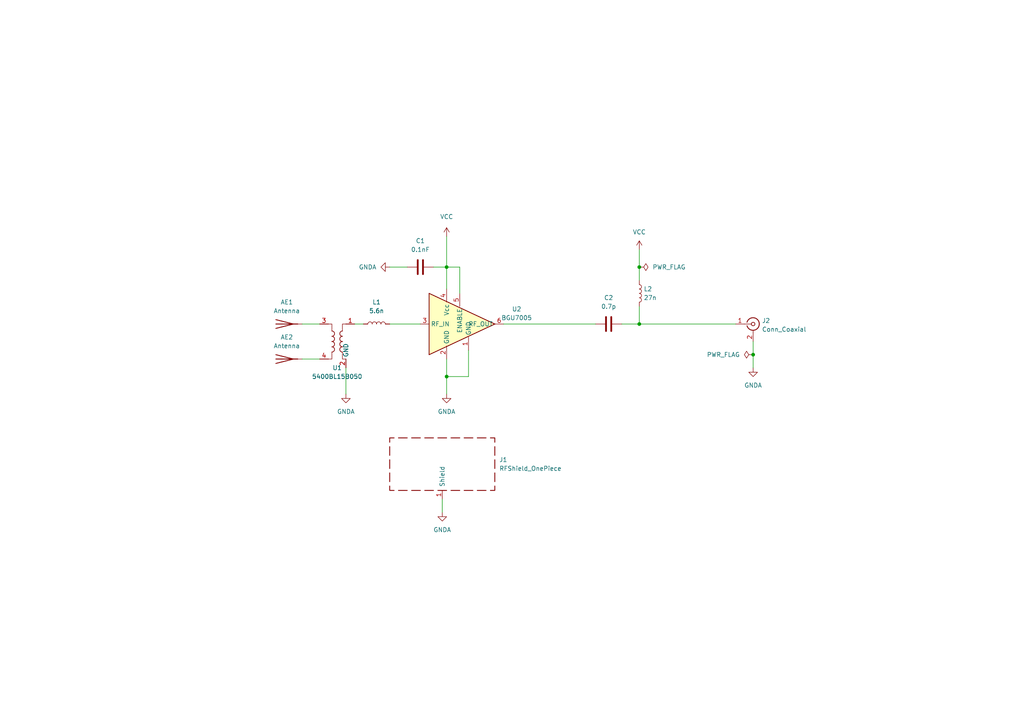
<source format=kicad_sch>
(kicad_sch (version 20211123) (generator eeschema)
  (paper "A4")
  (title_block (title "TART Active Antenna") (date "2022-09-15") (rev "0.1") (company "The Transient Array Radio Telescope") (comment 1 "Tim Molteno (tim@elec.ac.nz)"))
  (lib_symbols
    (symbol "Connector:Conn_Coaxial" (pin_names (offset 1.016) hide)
      (property "Reference" "J" (at 0.254 3.048 0))
      (property "Value" "Conn_Coaxial" (at 2.921 0 90))
      (symbol "Conn_Coaxial_0_1"
        (arc (start -1.778 -0.508) (mid 0.2311 -1.8066) (end 1.778 0) (stroke (width 0.254)))
        (polyline (pts (xy -2.54 0) (xy -0.508 0)))
        (polyline (pts (xy 0 -2.54) (xy 0 -1.778)))
        (circle (center 0 0) (radius 0.508) (stroke (width 0.2032)))
        (arc (start 1.778 0) (mid 0.2099 1.8101) (end -1.778 0.508) (stroke (width 0.254)))
      )
      (symbol "Conn_Coaxial_1_1"
        (pin passive line (at -5.08 0 0) (length 2.54) (name "In") (number "1"))
        (pin passive line (at 0 -5.08 90) (length 2.54) (name "Ext") (number "2"))
      )
    )
    (symbol "Device:Antenna" (pin_numbers hide) (pin_names (offset 1.016) hide)
      (property "Reference" "AE" (at -1.905 1.905 0))
      (property "Value" "Antenna" (at -1.905 0 0))
      (symbol "Antenna_0_1"
        (polyline (pts (xy 0 2.54) (xy 0 -3.81)) (stroke (width 0.254)))
        (polyline (pts (xy 1.27 2.54) (xy 0 -2.54) (xy -1.27 2.54)) (stroke (width 0.254)))
      )
      (symbol "Antenna_1_1"
        (pin input line (at 0 -5.08 90) (length 2.54) (name "A") (number "1"))
      )
    )
    (symbol "Device:C" (pin_numbers hide) (pin_names (offset 0.254))
      (property "Reference" "C" (at 0.635 2.54 0))
      (property "Value" "C" (at 0.635 -2.54 0))
      (symbol "C_0_1"
        (polyline (pts (xy -2.032 -0.762) (xy 2.032 -0.762)) (stroke (width 0.508)))
        (polyline (pts (xy -2.032 0.762) (xy 2.032 0.762)) (stroke (width 0.508)))
      )
      (symbol "C_1_1"
        (pin passive line (at 0 3.81 270) (length 2.794) (name "~") (number "1"))
        (pin passive line (at 0 -3.81 90) (length 2.794) (name "~") (number "2"))
      )
    )
    (symbol "Device:L" (pin_numbers hide) (pin_names (offset 1.016) hide)
      (property "Reference" "L" (at -1.27 0 90))
      (property "Value" "L" (at 1.905 0 90))
      (symbol "L_0_1"
        (arc (start 0 -2.54) (mid 0.635 -1.905) (end 0 -1.27))
        (arc (start 0 -1.27) (mid 0.635 -0.635) (end 0 0))
        (arc (start 0 0) (mid 0.635 0.635) (end 0 1.27))
        (arc (start 0 1.27) (mid 0.635 1.905) (end 0 2.54))
      )
      (symbol "L_1_1"
        (pin passive line (at 0 3.81 270) (length 1.27) (name "1") (number "1"))
        (pin passive line (at 0 -3.81 90) (length 1.27) (name "2") (number "2"))
      )
    )
    (symbol "Device:RFShield_OnePiece" (pin_names (offset 1.016))
      (property "Reference" "J" (at 0 5.08 0))
      (property "Value" "RFShield_OnePiece" (at 0 2.54 0))
      (symbol "RFShield_OnePiece_0_1"
        (polyline (pts (xy -15.24 -5.08) (xy -15.24 -2.54)) (stroke (width 0.254)))
        (polyline (pts (xy -15.24 -1.27) (xy -15.24 1.27)) (stroke (width 0.254)))
        (polyline (pts (xy -15.24 2.54) (xy -15.24 5.08)) (stroke (width 0.254)))
        (polyline (pts (xy -12.7 7.62) (xy -10.16 7.62)) (stroke (width 0.254)))
        (polyline (pts (xy -10.16 -7.62) (xy -12.7 -7.62)) (stroke (width 0.254)))
        (polyline (pts (xy -6.35 -7.62) (xy -8.89 -7.62)) (stroke (width 0.254)))
        (polyline (pts (xy -6.35 7.62) (xy -8.89 7.62)) (stroke (width 0.254)))
        (polyline (pts (xy -2.54 -7.62) (xy -5.08 -7.62)) (stroke (width 0.254)))
        (polyline (pts (xy -2.54 7.62) (xy -5.08 7.62)) (stroke (width 0.254)))
        (polyline (pts (xy -1.27 -7.62) (xy 1.27 -7.62)) (stroke (width 0.254)))
        (polyline (pts (xy 1.27 7.62) (xy -1.27 7.62)) (stroke (width 0.254)))
        (polyline (pts (xy 2.54 -7.62) (xy 5.08 -7.62)) (stroke (width 0.254)))
        (polyline (pts (xy 5.08 7.62) (xy 2.54 7.62)) (stroke (width 0.254)))
        (polyline (pts (xy 6.35 -7.62) (xy 8.89 -7.62)) (stroke (width 0.254)))
        (polyline (pts (xy 8.89 7.62) (xy 6.35 7.62)) (stroke (width 0.254)))
        (polyline (pts (xy 10.16 -7.62) (xy 12.7 -7.62)) (stroke (width 0.254)))
        (polyline (pts (xy 12.7 7.62) (xy 10.16 7.62)) (stroke (width 0.254)))
        (polyline (pts (xy 15.24 -5.08) (xy 15.24 -2.54)) (stroke (width 0.254)))
        (polyline (pts (xy 15.24 -1.27) (xy 15.24 1.27)) (stroke (width 0.254)))
        (polyline (pts (xy 15.24 2.54) (xy 15.24 5.08)) (stroke (width 0.254)))
        (polyline (pts (xy -15.24 6.35) (xy -15.24 7.62) (xy -13.97 7.62)) (stroke (width 0.254)))
        (polyline (pts (xy -13.97 -7.62) (xy -15.24 -7.62) (xy -15.24 -6.35)) (stroke (width 0.254)))
        (polyline (pts (xy 13.97 -7.62) (xy 15.24 -7.62) (xy 15.24 -6.35)) (stroke (width 0.254)))
        (polyline (pts (xy 15.24 6.35) (xy 15.24 7.62) (xy 13.97 7.62)) (stroke (width 0.254)))
      )
      (symbol "RFShield_OnePiece_1_1"
        (pin passive line (at 0 -10.16 90) (length 2.54) (name "Shield") (number "1"))
      )
    )
    (symbol "Transformer:5400BL15B050"
      (property "Reference" "U" (at 0 6.35 0))
      (property "Value" "5400BL15B050" (at 0 -7.62 0))
      (symbol "5400BL15B050_1_1"
        (arc (start -1.524 -3.048) (mid -0.762 -2.286) (end -1.524 -1.524) (stroke (width 0.2032)))
        (arc (start -1.524 -1.524) (mid -0.762 -0.762) (end -1.524 0) (stroke (width 0.2032)))
        (arc (start -1.524 0) (mid -0.762 0.762) (end -1.524 1.524) (stroke (width 0.2032)))
        (arc (start -1.524 1.524) (mid -0.762 2.286) (end -1.524 3.048) (stroke (width 0.2032)))
        (polyline (pts (xy -2.54 5.08) (xy -1.524 5.08) (xy -1.524 3.048)) (stroke (width 0.1524)))
        (polyline (pts (xy -1.524 -3.048) (xy -1.524 -5.08) (xy -2.54 -5.08)) (stroke (width 0.1524)))
        (polyline (pts (xy 1.524 3.048) (xy 1.524 5.08) (xy 2.54 5.08)) (stroke (width 0.1524)))
        (polyline (pts (xy 2.54 -5.08) (xy 1.524 -5.08) (xy 1.524 -3.048)) (stroke (width 0.1524)))
        (arc (start 1.524 -1.524) (mid 0.762 -2.286) (end 1.524 -3.048) (stroke (width 0.2032)))
        (arc (start 1.524 0) (mid 0.762 -0.762) (end 1.524 -1.524) (stroke (width 0.2032)))
        (arc (start 1.524 1.524) (mid 0.762 0.762) (end 1.524 0) (stroke (width 0.2032)))
        (arc (start 1.524 3.048) (mid 0.762 2.286) (end 1.524 1.524) (stroke (width 0.2032)))
        (pin passive line (at -5.08 5.08 0) (length 2.54) (name "~") (number "1"))
        (pin power_in line (at -2.54 -7.62 90) (length 2.54) (name "GND") (number "2"))
        (pin passive line (at 5.08 5.08 180) (length 2.54) (name "~") (number "3"))
        (pin passive line (at 5.08 -5.08 180) (length 2.54) (name "~") (number "4"))
        (pin passive line (at -2.54 -7.62 90) (length 2.54) hide (name "GND") (number "5"))
        (pin no_connect line (at 2.54 0 180) (length 2.54) hide (name "NC") (number "6"))
      )
    )
    (symbol "power:GNDA" (power) (pin_names (offset 0))
      (property "Value" "GNDA" (at 0 -3.81 0))
      (symbol "GNDA_0_1"
        (polyline (pts (xy 0 0) (xy 0 -1.27) (xy 1.27 -1.27) (xy 0 -2.54) (xy -1.27 -1.27) (xy 0 -1.27)))
      )
      (symbol "GNDA_1_1"
        (pin power_in line (at 0 0 270) (length 0) hide (name "GNDA") (number "1"))
      )
    )
    (symbol "power:PWR_FLAG" (power) (pin_numbers hide) (pin_names (offset 0) hide)
      (property "Value" "PWR_FLAG" (at 0 3.81 0))
      (symbol "PWR_FLAG_0_0"
        (pin power_out line (at 0 0 90) (length 0) (name "pwr") (number "1"))
      )
      (symbol "PWR_FLAG_0_1"
        (polyline (pts (xy 0 0) (xy 0 1.27) (xy -1.016 1.905) (xy 0 2.54) (xy 1.016 1.905) (xy 0 1.27)))
      )
    )
    (symbol "power:VCC" (power) (pin_names (offset 0))
      (property "Value" "VCC" (at 0 3.81 0))
      (symbol "VCC_0_1"
        (polyline (pts (xy -0.762 1.27) (xy 0 2.54)))
        (polyline (pts (xy 0 0) (xy 0 2.54)))
        (polyline (pts (xy 0 2.54) (xy 0.762 1.27)))
      )
      (symbol "VCC_1_1"
        (pin power_in line (at 0 0 90) (length 0) hide (name "VCC") (number "1"))
      )
    )
    (symbol "tart_library:BGU7005"
      (property "Reference" "U" (at -5.08 1.27 0))
      (property "Value" "BGU7005" (at -12.7 -2.54 0))
      (symbol "BGU7005_0_1"
        (polyline (pts (xy 1.27 -3.81) (xy -17.78 5.08) (xy -17.78 -12.7) (xy 1.27 -3.81)) (stroke (width 0.254)) (fill (type background)))
      )
      (symbol "BGU7005_1_1"
        (pin power_in line (at -6.35 -11.43 90) (length 3.81) (name "GND") (number "1"))
        (pin power_in line (at -12.7 -13.97 90) (length 3.81) (name "GND") (number "2"))
        (pin input line (at -20.32 -3.81 0) (length 2.54) (name "RF_IN") (number "3"))
        (pin power_in line (at -12.7 6.35 270) (length 3.81) (name "Vcc") (number "4"))
        (pin input line (at -8.89 5.08 270) (length 3.81) (name "ENABLE") (number "5"))
        (pin output line (at 3.81 -3.81 180) (length 2.54) (name "RF_OUT") (number "6"))
      )
    )
  )
  (junction (at 185.42 93.98))
  (junction (at 129.54 77.47))
  (junction (at 218.44 102.87))
  (junction (at 185.42 77.47))
  (junction (at 129.54 109.22))
  (wire (pts (xy 100.33 106.68) (xy 100.33 114.3)))
  (wire (pts (xy 133.35 77.47) (xy 129.54 77.47)))
  (wire (pts (xy 128.27 144.78) (xy 128.27 148.59)))
  (wire (pts (xy 146.05 93.98) (xy 172.72 93.98)))
  (wire (pts (xy 129.54 77.47) (xy 129.54 83.82)))
  (wire (pts (xy 218.44 99.06) (xy 218.44 102.87)))
  (wire (pts (xy 113.03 93.98) (xy 121.92 93.98)))
  (wire (pts (xy 125.73 77.47) (xy 129.54 77.47)))
  (wire (pts (xy 87.63 104.14) (xy 92.71 104.14)))
  (wire (pts (xy 185.42 72.39) (xy 185.42 77.47)))
  (wire (pts (xy 185.42 77.47) (xy 185.42 81.28)))
  (wire (pts (xy 185.42 88.9) (xy 185.42 93.98)))
  (wire (pts (xy 218.44 102.87) (xy 218.44 106.68)))
  (wire (pts (xy 129.54 109.22) (xy 129.54 114.3)))
  (wire (pts (xy 129.54 104.14) (xy 129.54 109.22)))
  (wire (pts (xy 185.42 93.98) (xy 213.36 93.98)))
  (wire (pts (xy 129.54 68.58) (xy 129.54 77.47)))
  (wire (pts (xy 87.63 93.98) (xy 92.71 93.98)))
  (wire (pts (xy 135.89 101.6) (xy 135.89 109.22)))
  (wire (pts (xy 113.03 77.47) (xy 118.11 77.47)))
  (wire (pts (xy 135.89 109.22) (xy 129.54 109.22)))
  (wire (pts (xy 180.34 93.98) (xy 185.42 93.98)))
  (wire (pts (xy 133.35 85.09) (xy 133.35 77.47)))
  (wire (pts (xy 102.87 93.98) (xy 105.41 93.98)))
  (symbol (lib_id "Device:C") (at 121.92 77.47 90) (unit 1)
    (property "Reference" "C1" (at 121.92 69.85 90))
    (property "Value" "0.1nF" (at 121.92 72.39 90))
    (property "Footprint" "Capacitor_SMD:C_0402_1005Metric" (effects hide))
  )
  (symbol (lib_id "power:GNDA") (at 128.27 148.59 0) (unit 1)
    (property "Reference" "#PWR03" (effects hide))
    (property "Value" "GNDA" (at 128.27 153.67 0))
  )
  (symbol (lib_id "Transformer:5400BL15B050") (at 97.79 99.06 0) (mirror y) (unit 1)
    (property "Reference" "U1" (at 97.79 106.68 0))
    (property "Value" "5400BL15B050" (at 97.79 109.22 0))
    (property "Footprint" "RF_Converter:Balun_Johanson_5400BL15B050E" (effects hide))
    (property "Datasheet" "https://www.johansontechnology.com/datasheets/5400BL15B050/5400BL15B050.pdf" (effects hide))
  )
  (symbol (lib_id "power:VCC") (at 185.42 72.39 0) (unit 1)
    (property "Reference" "#PWR0101" (effects hide))
    (property "Value" "VCC" (at 185.42 67.31 0))
  )
  (symbol (lib_id "Device:Antenna") (at 82.55 104.14 90) (unit 1)
    (property "Reference" "AE2" (at 83.185 97.79 90))
    (property "Value" "Antenna" (at 83.185 100.33 90))
    (property "Footprint" "TestPoint:TestPoint_Pad_D1.0mm" (effects hide))
  )
  (symbol (lib_id "Device:L") (at 185.42 85.09 0) (unit 1)
    (property "Reference" "L2" (at 186.69 83.8199 0) (effects (justify left)))
    (property "Value" "27n" (at 186.69 86.3599 0) (effects (justify left)))
    (property "Footprint" "Inductor_SMD:L_0402_1005Metric" (effects hide))
    (property "LCSC" "C12669" (effects hide))
  )
  (symbol (lib_id "power:GNDA") (at 100.33 114.3 0) (unit 1)
    (property "Reference" "#PWR01" (effects hide))
    (property "Value" "GNDA" (at 100.33 119.38 0))
  )
  (symbol (lib_id "power:VCC") (at 129.54 68.58 0) (unit 1)
    (property "Reference" "#PWR0102" (effects hide))
    (property "Value" "VCC" (at 129.54 62.865 0))
  )
  (symbol (lib_id "Device:RFShield_OnePiece") (at 128.27 134.62 0) (unit 1)
    (property "Reference" "J1" (at 144.78 133.3499 0) (effects (justify left)))
    (property "Value" "RFShield_OnePiece" (at 144.78 135.8899 0) (effects (justify left)))
    (property "Footprint" "RF_Shielding:Laird_Technologies_97-2003_12.70x13.37mm" (effects hide))
  )
  (symbol (lib_id "power:GNDA") (at 218.44 106.68 0) (unit 1)
    (property "Reference" "#PWR05" (effects hide))
    (property "Value" "GNDA" (at 218.44 111.76 0))
  )
  (symbol (lib_id "power:PWR_FLAG") (at 218.44 102.87 90) (unit 1)
    (property "Reference" "#FLG0102" (effects hide))
    (property "Value" "PWR_FLAG" (at 214.63 102.8699 90) (effects (justify left)))
  )
  (symbol (lib_id "power:GNDA") (at 129.54 114.3 0) (unit 1)
    (property "Reference" "#PWR04" (effects hide))
    (property "Value" "GNDA" (at 129.54 119.38 0))
  )
  (symbol (lib_id "Connector:Conn_Coaxial") (at 218.44 93.98 0) (unit 1)
    (property "Reference" "J2" (at 220.98 93.0031 0) (effects (justify left)))
    (property "Value" "Conn_Coaxial" (at 220.98 95.5431 0) (effects (justify left)))
    (property "Footprint" "Connector_Coaxial:SMA_Amphenol_132134_Vertical" (effects hide))
    (property "Datasheet" " ~" (effects hide))
  )
  (symbol (lib_id "tart_library:BGU7005") (at 142.24 90.17 0) (unit 1)
    (property "Reference" "U2" (at 149.86 89.6493 0))
    (property "Value" "BGU7005" (at 149.86 92.1893 0))
    (property "Footprint" "Package_TO_SOT_SMD:SOT-886" (effects hide))
    (property "LCSC" "C38438" (effects hide))
  )
  (symbol (lib_id "Device:C") (at 176.53 93.98 90) (unit 1)
    (property "Reference" "C2" (at 176.53 86.36 90))
    (property "Value" "0.7p" (at 176.53 88.9 90))
    (property "Footprint" "Capacitor_SMD:C_0402_1005Metric" (effects hide))
  )
  (symbol (lib_id "Device:Antenna") (at 82.55 93.98 90) (unit 1)
    (property "Reference" "AE1" (at 83.185 87.63 90))
    (property "Value" "Antenna" (at 83.185 90.17 90))
    (property "Footprint" "TestPoint:TestPoint_Pad_D1.0mm" (effects hide))
  )
  (symbol (lib_id "power:PWR_FLAG") (at 185.42 77.47 270) (unit 1)
    (property "Reference" "#FLG0101" (effects hide))
    (property "Value" "PWR_FLAG" (at 189.23 77.4699 90) (effects (justify left)))
  )
  (symbol (lib_id "power:GNDA") (at 113.03 77.47 270) (unit 1)
    (property "Reference" "#PWR02" (effects hide))
    (property "Value" "GNDA" (at 109.22 77.4699 90) (effects (justify right)))
  )
  (symbol (lib_id "Device:L") (at 109.22 93.98 90) (unit 1)
    (property "Reference" "L1" (at 109.22 87.63 90))
    (property "Value" "5.6n" (at 109.22 90.17 90))
    (property "Footprint" "Inductor_SMD:L_0402_1005Metric" (effects hide))
    (property "LCSC" "C91626" (effects hide))
  )
)
</source>
